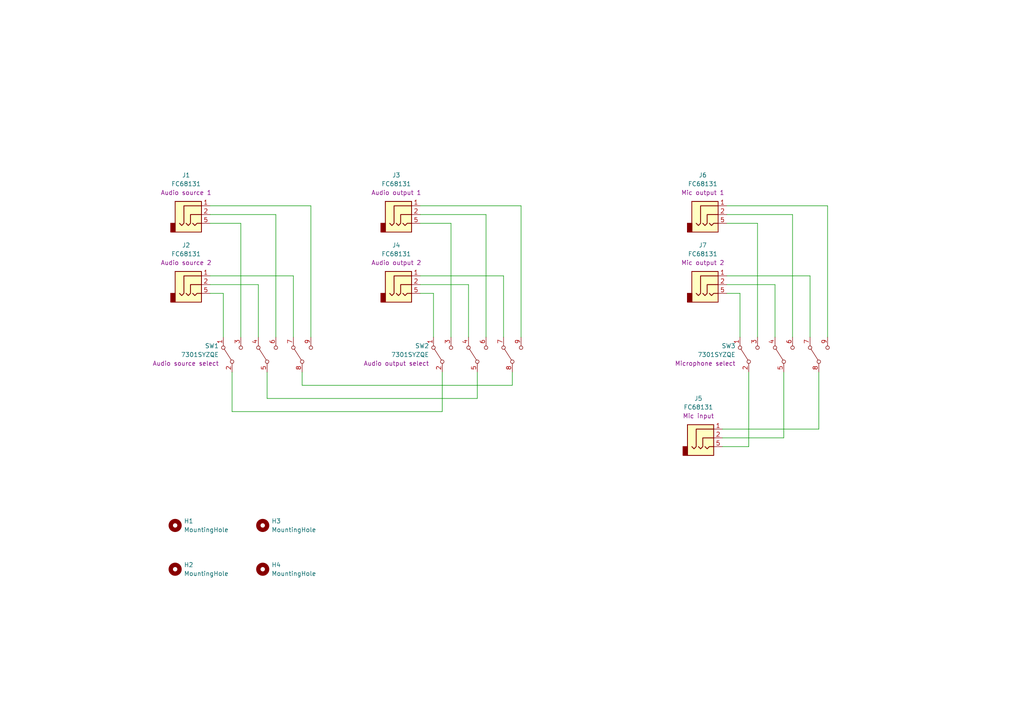
<source format=kicad_sch>
(kicad_sch (version 20211123) (generator eeschema)
  (paper "A4")
  (title_block (title "Audio multiplexer") (date "2022-07-15") (rev "1.0") (company "(C) Adrien RICCIARDI"))
  (lib_symbols
    (symbol "7301SYZQE:7301SYZQE" (pin_names (offset 0) hide)
      (property "Reference" "SW" (at 0 14.478 0))
      (property "Value" "7301SYZQE" (at 0 -16.51 0))
      (symbol "7301SYZQE_0_0"
        (circle (center -2.032 -10.16) (radius 0.508))
        (circle (center -2.032 0) (radius 0.508))
        (circle (center -2.032 10.16) (radius 0.508))
        (circle (center 2.032 -12.7) (radius 0.508))
        (circle (center 2.032 -2.54) (radius 0.508))
        (circle (center 2.032 7.62) (radius 0.508))
      )
      (symbol "7301SYZQE_0_1"
        (polyline (pts (xy -1.524 -9.906) (xy 1.651 -7.874)))
        (polyline (pts (xy -1.524 0.254) (xy 1.651 2.286)))
        (polyline (pts (xy -1.524 10.414) (xy 1.651 12.446)))
        (circle (center 2.032 -7.62) (radius 0.508))
        (circle (center 2.032 2.54) (radius 0.508))
        (circle (center 2.032 12.7) (radius 0.508))
      )
      (symbol "7301SYZQE_1_1"
        (pin passive line (at 5.08 12.7 180) (length 2.54) (name "~") (number "1"))
        (pin passive line (at -5.08 10.16 0) (length 2.54) (name "~") (number "2"))
        (pin passive line (at 5.08 7.62 180) (length 2.54) (name "~") (number "3"))
        (pin passive line (at 5.08 2.54 180) (length 2.54) (name "~") (number "4"))
        (pin passive line (at -5.08 0 0) (length 2.54) (name "~") (number "5"))
        (pin passive line (at 5.08 -2.54 180) (length 2.54) (name "~") (number "6"))
        (pin passive line (at 5.08 -7.62 180) (length 2.54) (name "~") (number "7"))
        (pin passive line (at -5.08 -10.16 0) (length 2.54) (name "~") (number "8"))
        (pin passive line (at 5.08 -12.7 180) (length 2.54) (name "~") (number "9"))
      )
    )
    (symbol "7301SYZQE_1" (pin_names (offset 0) hide)
      (property "Reference" "SW" (at 0 14.478 0))
      (property "Value" "7301SYZQE_1" (at 0 -16.51 0))
      (symbol "7301SYZQE_1_0_0"
        (circle (center -2.032 -10.16) (radius 0.508))
        (circle (center -2.032 0) (radius 0.508))
        (circle (center -2.032 10.16) (radius 0.508))
        (circle (center 2.032 -12.7) (radius 0.508))
        (circle (center 2.032 -2.54) (radius 0.508))
        (circle (center 2.032 7.62) (radius 0.508))
      )
      (symbol "7301SYZQE_1_0_1"
        (polyline (pts (xy -1.524 -9.906) (xy 1.651 -7.874)))
        (polyline (pts (xy -1.524 0.254) (xy 1.651 2.286)))
        (polyline (pts (xy -1.524 10.414) (xy 1.651 12.446)))
        (circle (center 2.032 -7.62) (radius 0.508))
        (circle (center 2.032 2.54) (radius 0.508))
        (circle (center 2.032 12.7) (radius 0.508))
      )
      (symbol "7301SYZQE_1_1_1"
        (pin passive line (at 5.08 12.7 180) (length 2.54) (name "~") (number "1"))
        (pin passive line (at -5.08 10.16 0) (length 2.54) (name "~") (number "2"))
        (pin passive line (at 5.08 7.62 180) (length 2.54) (name "~") (number "3"))
        (pin passive line (at 5.08 2.54 180) (length 2.54) (name "~") (number "4"))
        (pin passive line (at -5.08 0 0) (length 2.54) (name "~") (number "5"))
        (pin passive line (at 5.08 -2.54 180) (length 2.54) (name "~") (number "6"))
        (pin passive line (at 5.08 -7.62 180) (length 2.54) (name "~") (number "7"))
        (pin passive line (at -5.08 -10.16 0) (length 2.54) (name "~") (number "8"))
        (pin passive line (at 5.08 -12.7 180) (length 2.54) (name "~") (number "9"))
      )
    )
    (symbol "7301SYZQE_2" (pin_names (offset 0) hide)
      (property "Reference" "SW" (at 0 14.478 0))
      (property "Value" "7301SYZQE_2" (at 0 -16.51 0))
      (symbol "7301SYZQE_2_0_0"
        (circle (center -2.032 -10.16) (radius 0.508))
        (circle (center -2.032 0) (radius 0.508))
        (circle (center -2.032 10.16) (radius 0.508))
        (circle (center 2.032 -12.7) (radius 0.508))
        (circle (center 2.032 -2.54) (radius 0.508))
        (circle (center 2.032 7.62) (radius 0.508))
      )
      (symbol "7301SYZQE_2_0_1"
        (polyline (pts (xy -1.524 -9.906) (xy 1.651 -7.874)))
        (polyline (pts (xy -1.524 0.254) (xy 1.651 2.286)))
        (polyline (pts (xy -1.524 10.414) (xy 1.651 12.446)))
        (circle (center 2.032 -7.62) (radius 0.508))
        (circle (center 2.032 2.54) (radius 0.508))
        (circle (center 2.032 12.7) (radius 0.508))
      )
      (symbol "7301SYZQE_2_1_1"
        (pin passive line (at 5.08 12.7 180) (length 2.54) (name "~") (number "1"))
        (pin passive line (at -5.08 10.16 0) (length 2.54) (name "~") (number "2"))
        (pin passive line (at 5.08 7.62 180) (length 2.54) (name "~") (number "3"))
        (pin passive line (at 5.08 2.54 180) (length 2.54) (name "~") (number "4"))
        (pin passive line (at -5.08 0 0) (length 2.54) (name "~") (number "5"))
        (pin passive line (at 5.08 -2.54 180) (length 2.54) (name "~") (number "6"))
        (pin passive line (at 5.08 -7.62 180) (length 2.54) (name "~") (number "7"))
        (pin passive line (at -5.08 -10.16 0) (length 2.54) (name "~") (number "8"))
        (pin passive line (at 5.08 -12.7 180) (length 2.54) (name "~") (number "9"))
      )
    )
    (symbol "FC68131:FC68131"
      (property "Reference" "J" (at 0 8.89 0))
      (property "Value" "FC68131" (at 0 6.35 0))
      (symbol "FC68131_0_1"
        (rectangle (start -5.08 -5.08) (end -6.35 -2.54) (stroke (width 0.254)) (fill (type outline)))
        (polyline (pts (xy 0 -2.54) (xy 0.635 -3.175) (xy 1.27 -2.54) (xy 2.54 -2.54)) (stroke (width 0.254)))
        (polyline (pts (xy -1.905 -2.54) (xy -1.27 -3.175) (xy -0.635 -2.54) (xy -0.635 0) (xy 2.54 0)) (stroke (width 0.254)))
        (polyline (pts (xy 2.54 2.54) (xy -2.54 2.54) (xy -2.54 -2.54) (xy -3.175 -3.175) (xy -3.81 -2.54)) (stroke (width 0.254)))
        (rectangle (start 2.54 3.81) (end -5.08 -5.08) (stroke (width 0.254)) (fill (type background)))
      )
      (symbol "FC68131_1_1"
        (pin passive line (at 5.08 2.54 180) (length 2.54) (name "~") (number "1"))
        (pin passive line (at 5.08 0 180) (length 2.54) (name "~") (number "2"))
        (pin passive line (at 5.08 -2.54 180) (length 2.54) (name "~") (number "5"))
      )
    )
    (symbol "Mechanical:MountingHole" (pin_names (offset 1.016))
      (property "Reference" "H" (at 0 5.08 0))
      (property "Value" "MountingHole" (at 0 3.175 0))
      (symbol "MountingHole_0_1"
        (circle (center 0 0) (radius 1.27) (stroke (width 1.27)))
      )
    )
  )
  (wire (pts (xy 209.55 127) (xy 227.33 127)))
  (wire (pts (xy 146.05 80.01) (xy 146.05 97.79)))
  (wire (pts (xy 87.63 107.95) (xy 87.63 111.76)))
  (wire (pts (xy 227.33 127) (xy 227.33 107.95)))
  (wire (pts (xy 140.97 62.23) (xy 140.97 97.79)))
  (wire (pts (xy 217.17 129.54) (xy 217.17 107.95)))
  (wire (pts (xy 69.85 64.77) (xy 69.85 97.79)))
  (wire (pts (xy 128.27 119.38) (xy 128.27 107.95)))
  (wire (pts (xy 67.31 107.95) (xy 67.31 119.38)))
  (wire (pts (xy 60.96 62.23) (xy 80.01 62.23)))
  (wire (pts (xy 135.89 82.55) (xy 135.89 97.79)))
  (wire (pts (xy 67.31 119.38) (xy 128.27 119.38)))
  (wire (pts (xy 224.79 82.55) (xy 224.79 97.79)))
  (wire (pts (xy 60.96 59.69) (xy 90.17 59.69)))
  (wire (pts (xy 209.55 129.54) (xy 217.17 129.54)))
  (wire (pts (xy 210.82 59.69) (xy 240.03 59.69)))
  (wire (pts (xy 121.92 64.77) (xy 130.81 64.77)))
  (wire (pts (xy 90.17 59.69) (xy 90.17 97.79)))
  (wire (pts (xy 121.92 82.55) (xy 135.89 82.55)))
  (wire (pts (xy 60.96 80.01) (xy 85.09 80.01)))
  (wire (pts (xy 77.47 107.95) (xy 77.47 115.57)))
  (wire (pts (xy 138.43 115.57) (xy 138.43 107.95)))
  (wire (pts (xy 74.93 82.55) (xy 74.93 97.79)))
  (wire (pts (xy 87.63 111.76) (xy 148.59 111.76)))
  (wire (pts (xy 214.63 85.09) (xy 214.63 97.79)))
  (wire (pts (xy 121.92 80.01) (xy 146.05 80.01)))
  (wire (pts (xy 210.82 62.23) (xy 229.87 62.23)))
  (wire (pts (xy 121.92 59.69) (xy 151.13 59.69)))
  (wire (pts (xy 85.09 80.01) (xy 85.09 97.79)))
  (wire (pts (xy 210.82 64.77) (xy 219.71 64.77)))
  (wire (pts (xy 64.77 85.09) (xy 64.77 97.79)))
  (wire (pts (xy 210.82 80.01) (xy 234.95 80.01)))
  (wire (pts (xy 148.59 111.76) (xy 148.59 107.95)))
  (wire (pts (xy 121.92 85.09) (xy 125.73 85.09)))
  (wire (pts (xy 151.13 59.69) (xy 151.13 97.79)))
  (wire (pts (xy 60.96 64.77) (xy 69.85 64.77)))
  (wire (pts (xy 240.03 59.69) (xy 240.03 97.79)))
  (wire (pts (xy 77.47 115.57) (xy 138.43 115.57)))
  (wire (pts (xy 209.55 124.46) (xy 237.49 124.46)))
  (wire (pts (xy 60.96 85.09) (xy 64.77 85.09)))
  (wire (pts (xy 234.95 80.01) (xy 234.95 97.79)))
  (wire (pts (xy 80.01 62.23) (xy 80.01 97.79)))
  (wire (pts (xy 210.82 82.55) (xy 224.79 82.55)))
  (wire (pts (xy 130.81 64.77) (xy 130.81 97.79)))
  (wire (pts (xy 125.73 85.09) (xy 125.73 97.79)))
  (wire (pts (xy 60.96 82.55) (xy 74.93 82.55)))
  (wire (pts (xy 219.71 64.77) (xy 219.71 97.79)))
  (wire (pts (xy 237.49 124.46) (xy 237.49 107.95)))
  (wire (pts (xy 229.87 62.23) (xy 229.87 97.79)))
  (wire (pts (xy 121.92 62.23) (xy 140.97 62.23)))
  (wire (pts (xy 210.82 85.09) (xy 214.63 85.09)))
  (symbol (lib_id "FC68131:FC68131") (at 205.74 82.55 0) (unit 1)
    (property "Reference" "J7" (at 203.835 71.12 0))
    (property "Value" "FC68131" (at 203.835 73.66 0))
    (property "Footprint" "FC68131:FC68131" (effects hide))
    (property "Description" "Mic output 2" (at 203.835 76.2 0))
  )
  (symbol (lib_id "Mechanical:MountingHole") (at 50.8 152.4 0) (unit 1)
    (property "Reference" "H1" (at 53.34 151.1299 0) (effects (justify left)))
    (property "Value" "MountingHole" (at 53.34 153.6699 0) (effects (justify left)))
    (property "Footprint" "MountingHole:MountingHole_4.5mm" (effects hide))
  )
  (symbol (lib_id "FC68131:FC68131") (at 116.84 82.55 0) (unit 1)
    (property "Reference" "J4" (at 114.935 71.12 0))
    (property "Value" "FC68131" (at 114.935 73.66 0))
    (property "Footprint" "FC68131:FC68131" (effects hide))
    (property "Description" "Audio output 2" (at 114.935 76.2 0))
  )
  (symbol (lib_id "FC68131:FC68131") (at 205.74 62.23 0) (unit 1)
    (property "Reference" "J6" (at 203.835 50.8 0))
    (property "Value" "FC68131" (at 203.835 53.34 0))
    (property "Footprint" "FC68131:FC68131" (effects hide))
    (property "Description" "Mic output 1" (at 203.835 55.88 0))
  )
  (symbol (lib_id "FC68131:FC68131") (at 55.88 82.55 0) (unit 1)
    (property "Reference" "J2" (at 53.975 71.12 0))
    (property "Value" "FC68131" (at 53.975 73.66 0))
    (property "Footprint" "FC68131:FC68131" (effects hide))
    (property "Description" "Audio source 2" (at 53.975 76.2 0))
  )
  (symbol (lib_id "FC68131:FC68131") (at 116.84 62.23 0) (unit 1)
    (property "Reference" "J3" (at 114.935 50.8 0))
    (property "Value" "FC68131" (at 114.935 53.34 0))
    (property "Footprint" "FC68131:FC68131" (effects hide))
    (property "Description" "Audio output 1" (at 114.935 55.88 0))
  )
  (symbol (lib_id "7301SYZQE:7301SYZQE") (at 227.33 102.87 90) (unit 1)
    (property "Reference" "SW3" (at 213.36 100.3299 90) (effects (justify left)))
    (property "Value" "7301SYZQE" (at 213.36 102.8699 90) (effects (justify left)))
    (property "Footprint" "7301SYZQE:7301SYZQE" (effects hide))
    (property "Description" "Microphone select" (at 213.36 105.4099 90) (effects (justify left)))
  )
  (symbol (lib_id "Mechanical:MountingHole") (at 50.8 165.1 0) (unit 1)
    (property "Reference" "H2" (at 53.34 163.8299 0) (effects (justify left)))
    (property "Value" "MountingHole" (at 53.34 166.3699 0) (effects (justify left)))
    (property "Footprint" "MountingHole:MountingHole_4.5mm" (effects hide))
  )
  (symbol (lib_name "7301SYZQE_1") (lib_id "7301SYZQE:7301SYZQE") (at 77.47 102.87 90) (unit 1)
    (property "Reference" "SW1" (at 63.5 100.3299 90) (effects (justify left)))
    (property "Value" "7301SYZQE" (at 63.5 102.8699 90) (effects (justify left)))
    (property "Footprint" "7301SYZQE:7301SYZQE" (effects hide))
    (property "Description" "Audio source select" (at 63.5 105.4099 90) (effects (justify left)))
  )
  (symbol (lib_id "Mechanical:MountingHole") (at 76.2 165.1 0) (unit 1)
    (property "Reference" "H4" (at 78.74 163.8299 0) (effects (justify left)))
    (property "Value" "MountingHole" (at 78.74 166.3699 0) (effects (justify left)))
    (property "Footprint" "MountingHole:MountingHole_4.5mm" (effects hide))
  )
  (symbol (lib_id "FC68131:FC68131") (at 55.88 62.23 0) (unit 1)
    (property "Reference" "J1" (at 53.975 50.8 0))
    (property "Value" "FC68131" (at 53.975 53.34 0))
    (property "Footprint" "FC68131:FC68131" (effects hide))
    (property "Description" "Audio source 1" (at 53.975 55.88 0))
  )
  (symbol (lib_id "FC68131:FC68131") (at 204.47 127 0) (unit 1)
    (property "Reference" "J5" (at 202.565 115.57 0))
    (property "Value" "FC68131" (at 202.565 118.11 0))
    (property "Footprint" "FC68131:FC68131" (effects hide))
    (property "Description" "Mic input" (at 202.565 120.65 0))
  )
  (symbol (lib_name "7301SYZQE_2") (lib_id "7301SYZQE:7301SYZQE") (at 138.43 102.87 90) (unit 1)
    (property "Reference" "SW2" (at 124.46 100.3299 90) (effects (justify left)))
    (property "Value" "7301SYZQE" (at 124.46 102.8699 90) (effects (justify left)))
    (property "Footprint" "7301SYZQE:7301SYZQE" (effects hide))
    (property "Description" "Audio output select" (at 124.46 105.4099 90) (effects (justify left)))
  )
  (symbol (lib_id "Mechanical:MountingHole") (at 76.2 152.4 0) (unit 1)
    (property "Reference" "H3" (at 78.74 151.1299 0) (effects (justify left)))
    (property "Value" "MountingHole" (at 78.74 153.6699 0) (effects (justify left)))
    (property "Footprint" "MountingHole:MountingHole_4.5mm" (effects hide))
  )
)
</source>
